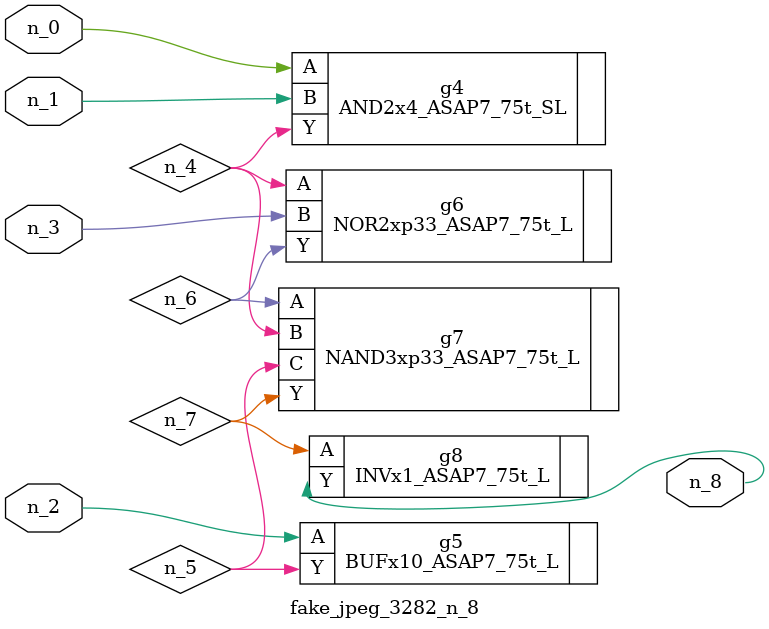
<source format=v>
module fake_jpeg_3282_n_8 (n_0, n_3, n_2, n_1, n_8);

input n_0;
input n_3;
input n_2;
input n_1;

output n_8;

wire n_4;
wire n_6;
wire n_5;
wire n_7;

AND2x4_ASAP7_75t_SL g4 ( 
.A(n_0),
.B(n_1),
.Y(n_4)
);

BUFx10_ASAP7_75t_L g5 ( 
.A(n_2),
.Y(n_5)
);

NOR2xp33_ASAP7_75t_L g6 ( 
.A(n_4),
.B(n_3),
.Y(n_6)
);

NAND3xp33_ASAP7_75t_L g7 ( 
.A(n_6),
.B(n_4),
.C(n_5),
.Y(n_7)
);

INVx1_ASAP7_75t_L g8 ( 
.A(n_7),
.Y(n_8)
);


endmodule
</source>
